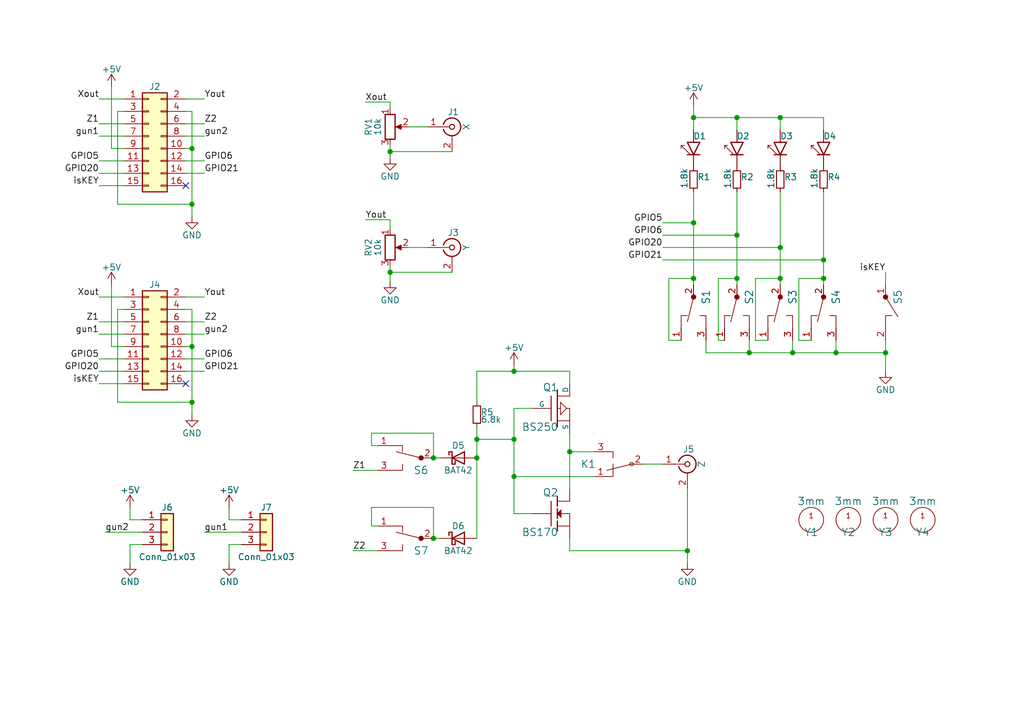
<source format=kicad_sch>
(kicad_sch (version 20211123) (generator eeschema)
  (paper "A5")
  (title_block (title "WWI Vectors: Display Tap") (date "2023-07-06") (rev "0.2a"))
  (lib_symbols
    (symbol "Connector:Conn_Coaxial" (pin_names (offset 1.016) hide)
      (property "Reference" "J" (at 0.254 3.048 0))
      (property "Value" "Conn_Coaxial" (at 2.921 0 90))
      (symbol "Conn_Coaxial_0_1"
        (arc (start -1.778 -0.508) (mid 0.2311 -1.8066) (end 1.778 0) (stroke (width 0.254)))
        (polyline (pts (xy -2.54 0) (xy -0.508 0)))
        (polyline (pts (xy 0 -2.54) (xy 0 -1.778)))
        (circle (center 0 0) (radius 0.508) (stroke (width 0.2032)))
        (arc (start 1.778 0) (mid 0.2099 1.8101) (end -1.778 0.508) (stroke (width 0.254)))
      )
      (symbol "Conn_Coaxial_1_1"
        (pin passive line (at -5.08 0 0) (length 2.54) (name "In") (number "1"))
        (pin passive line (at 0 -5.08 90) (length 2.54) (name "Ext") (number "2"))
      )
    )
    (symbol "Connector_Generic:Conn_01x03" (pin_names (offset 1.016) hide)
      (property "Reference" "J" (at 0 5.08 0))
      (property "Value" "Conn_01x03" (at 0 -5.08 0))
      (symbol "Conn_01x03_1_1"
        (rectangle (start -1.27 -2.413) (end 0 -2.667) (stroke (width 0.1524)))
        (rectangle (start -1.27 0.127) (end 0 -0.127) (stroke (width 0.1524)))
        (rectangle (start -1.27 2.667) (end 0 2.413) (stroke (width 0.1524)))
        (rectangle (start -1.27 3.81) (end 1.27 -3.81) (stroke (width 0.254)) (fill (type background)))
        (pin passive line (at -5.08 2.54 0) (length 3.81) (name "Pin_1") (number "1"))
        (pin passive line (at -5.08 0 0) (length 3.81) (name "Pin_2") (number "2"))
        (pin passive line (at -5.08 -2.54 0) (length 3.81) (name "Pin_3") (number "3"))
      )
    )
    (symbol "Connector_Generic:Conn_02x08_Odd_Even" (pin_names (offset 1.016) hide)
      (property "Reference" "J" (at 1.27 10.16 0))
      (property "Value" "Conn_02x08_Odd_Even" (at 1.27 -12.7 0))
      (symbol "Conn_02x08_Odd_Even_1_1"
        (rectangle (start -1.27 -10.033) (end 0 -10.287) (stroke (width 0.1524)))
        (rectangle (start -1.27 -7.493) (end 0 -7.747) (stroke (width 0.1524)))
        (rectangle (start -1.27 -4.953) (end 0 -5.207) (stroke (width 0.1524)))
        (rectangle (start -1.27 -2.413) (end 0 -2.667) (stroke (width 0.1524)))
        (rectangle (start -1.27 0.127) (end 0 -0.127) (stroke (width 0.1524)))
        (rectangle (start -1.27 2.667) (end 0 2.413) (stroke (width 0.1524)))
        (rectangle (start -1.27 5.207) (end 0 4.953) (stroke (width 0.1524)))
        (rectangle (start -1.27 7.747) (end 0 7.493) (stroke (width 0.1524)))
        (rectangle (start -1.27 8.89) (end 3.81 -11.43) (stroke (width 0.254)) (fill (type background)))
        (rectangle (start 3.81 -10.033) (end 2.54 -10.287) (stroke (width 0.1524)))
        (rectangle (start 3.81 -7.493) (end 2.54 -7.747) (stroke (width 0.1524)))
        (rectangle (start 3.81 -4.953) (end 2.54 -5.207) (stroke (width 0.1524)))
        (rectangle (start 3.81 -2.413) (end 2.54 -2.667) (stroke (width 0.1524)))
        (rectangle (start 3.81 0.127) (end 2.54 -0.127) (stroke (width 0.1524)))
        (rectangle (start 3.81 2.667) (end 2.54 2.413) (stroke (width 0.1524)))
        (rectangle (start 3.81 5.207) (end 2.54 4.953) (stroke (width 0.1524)))
        (rectangle (start 3.81 7.747) (end 2.54 7.493) (stroke (width 0.1524)))
        (pin passive line (at -5.08 7.62 0) (length 3.81) (name "Pin_1") (number "1"))
        (pin passive line (at 7.62 -2.54 180) (length 3.81) (name "Pin_10") (number "10"))
        (pin passive line (at -5.08 -5.08 0) (length 3.81) (name "Pin_11") (number "11"))
        (pin passive line (at 7.62 -5.08 180) (length 3.81) (name "Pin_12") (number "12"))
        (pin passive line (at -5.08 -7.62 0) (length 3.81) (name "Pin_13") (number "13"))
        (pin passive line (at 7.62 -7.62 180) (length 3.81) (name "Pin_14") (number "14"))
        (pin passive line (at -5.08 -10.16 0) (length 3.81) (name "Pin_15") (number "15"))
        (pin passive line (at 7.62 -10.16 180) (length 3.81) (name "Pin_16") (number "16"))
        (pin passive line (at 7.62 7.62 180) (length 3.81) (name "Pin_2") (number "2"))
        (pin passive line (at -5.08 5.08 0) (length 3.81) (name "Pin_3") (number "3"))
        (pin passive line (at 7.62 5.08 180) (length 3.81) (name "Pin_4") (number "4"))
        (pin passive line (at -5.08 2.54 0) (length 3.81) (name "Pin_5") (number "5"))
        (pin passive line (at 7.62 2.54 180) (length 3.81) (name "Pin_6") (number "6"))
        (pin passive line (at -5.08 0 0) (length 3.81) (name "Pin_7") (number "7"))
        (pin passive line (at 7.62 0 180) (length 3.81) (name "Pin_8") (number "8"))
        (pin passive line (at -5.08 -2.54 0) (length 3.81) (name "Pin_9") (number "9"))
      )
    )
    (symbol "Device:R_Potentiometer" (pin_names (offset 1.016) hide)
      (property "Reference" "RV" (at -4.445 0 90))
      (property "Value" "R_Potentiometer" (at -2.54 0 90))
      (symbol "R_Potentiometer_0_1"
        (polyline (pts (xy 2.54 0) (xy 1.524 0)))
        (polyline (pts (xy 1.143 0) (xy 2.286 0.508) (xy 2.286 -0.508) (xy 1.143 0)) (fill (type outline)))
        (rectangle (start 1.016 2.54) (end -1.016 -2.54) (stroke (width 0.254)))
      )
      (symbol "R_Potentiometer_1_1"
        (pin passive line (at 0 3.81 270) (length 1.27) (name "1") (number "1"))
        (pin passive line (at 3.81 0 180) (length 1.27) (name "2") (number "2"))
        (pin passive line (at 0 -3.81 90) (length 1.27) (name "3") (number "3"))
      )
    )
    (symbol "Device:R_Small" (pin_numbers hide) (pin_names (offset 0.254) hide)
      (property "Reference" "R" (at 0.762 0.508 0))
      (property "Value" "R_Small" (at 0.762 -1.016 0))
      (symbol "R_Small_0_1"
        (rectangle (start -0.762 1.778) (end 0.762 -1.778) (stroke (width 0.2032)))
      )
      (symbol "R_Small_1_1"
        (pin passive line (at 0 2.54 270) (length 0.762) (name "~") (number "1"))
        (pin passive line (at 0 -2.54 90) (length 0.762) (name "~") (number "2"))
      )
    )
    (symbol "Diode:BAT42" (pin_numbers hide) (pin_names (offset 1.016) hide)
      (property "Reference" "D" (at 0 2.54 0))
      (property "Value" "BAT42" (at 0 -2.54 0))
      (symbol "BAT42_0_1"
        (polyline (pts (xy 1.27 0) (xy -1.27 0)))
        (polyline (pts (xy 1.27 1.27) (xy 1.27 -1.27) (xy -1.27 0) (xy 1.27 1.27)) (stroke (width 0.254)))
        (polyline (pts (xy -1.905 0.635) (xy -1.905 1.27) (xy -1.27 1.27) (xy -1.27 -1.27) (xy -0.635 -1.27) (xy -0.635 -0.635)) (stroke (width 0.254)))
      )
      (symbol "BAT42_1_1"
        (pin passive line (at -3.81 0 0) (length 2.54) (name "K") (number "1"))
        (pin passive line (at 3.81 0 180) (length 2.54) (name "A") (number "2"))
      )
    )
    (symbol "TASTERU_1" (pin_names (offset 1.016))
      (property "Reference" "S" (at -3.81 -3.81 0))
      (symbol "TASTERU_1_0_1"
        (circle (center -3.81 -6.35) (radius 0.4572) (fill (type outline)))
        (polyline (pts (xy -3.81 -6.35) (xy 1.27 -7.62)))
        (polyline (pts (xy 2.54 -3.81) (xy 0 -3.81) (xy 0 -5.08)))
        (polyline (pts (xy 0 -7.62) (xy 0 -8.89) (xy 2.54 -8.89) (xy 2.54 -8.89)))
      )
      (symbol "TASTERU_1_1_1"
        (pin input line (at 5.08 -8.89 180) (length 2.54) (name "~") (number "1"))
        (pin input line (at -6.35 -6.35 0) (length 2.54) (name "~") (number "2"))
        (pin input line (at 5.08 -3.81 180) (length 2.54) (name "~") (number "3"))
      )
    )
    (symbol "TASTERU_2" (pin_names (offset 1.016))
      (property "Reference" "S" (at -3.81 -3.81 0))
      (symbol "TASTERU_2_0_1"
        (circle (center -3.81 -6.35) (radius 0.4572) (fill (type outline)))
        (polyline (pts (xy -3.81 -6.35) (xy 1.27 -7.62)))
        (polyline (pts (xy 2.54 -3.81) (xy 0 -3.81) (xy 0 -5.08)))
        (polyline (pts (xy 0 -7.62) (xy 0 -8.89) (xy 2.54 -8.89) (xy 2.54 -8.89)))
      )
      (symbol "TASTERU_2_1_1"
        (pin input line (at 5.08 -8.89 180) (length 2.54) (name "~") (number "1"))
        (pin input line (at -6.35 -6.35 0) (length 2.54) (name "~") (number "2"))
        (pin input line (at 5.08 -3.81 180) (length 2.54) (name "~") (number "3"))
      )
    )
    (symbol "TASTERU_3" (pin_names (offset 1.016))
      (property "Reference" "S" (at -3.81 -3.81 0))
      (symbol "TASTERU_3_0_1"
        (circle (center -3.81 -6.35) (radius 0.4572) (fill (type outline)))
        (polyline (pts (xy -3.81 -6.35) (xy 1.27 -7.62)))
        (polyline (pts (xy 2.54 -3.81) (xy 0 -3.81) (xy 0 -5.08)))
        (polyline (pts (xy 0 -7.62) (xy 0 -8.89) (xy 2.54 -8.89) (xy 2.54 -8.89)))
      )
      (symbol "TASTERU_3_1_1"
        (pin input line (at 5.08 -8.89 180) (length 2.54) (name "~") (number "1"))
        (pin input line (at -6.35 -6.35 0) (length 2.54) (name "~") (number "2"))
        (pin input line (at 5.08 -3.81 180) (length 2.54) (name "~") (number "3"))
      )
    )
    (symbol "TASTERU_4" (pin_names (offset 1.016))
      (property "Reference" "S" (at -3.81 -3.81 0))
      (symbol "TASTERU_4_0_1"
        (circle (center -3.81 -6.35) (radius 0.4572) (fill (type outline)))
        (polyline (pts (xy -3.81 -6.35) (xy 1.27 -7.62)))
        (polyline (pts (xy 2.54 -3.81) (xy 0 -3.81) (xy 0 -5.08)))
        (polyline (pts (xy 0 -7.62) (xy 0 -8.89) (xy 2.54 -8.89) (xy 2.54 -8.89)))
      )
      (symbol "TASTERU_4_1_1"
        (pin input line (at 5.08 -8.89 180) (length 2.54) (name "~") (number "1"))
        (pin input line (at -6.35 -6.35 0) (length 2.54) (name "~") (number "2"))
        (pin input line (at 5.08 -3.81 180) (length 2.54) (name "~") (number "3"))
      )
    )
    (symbol "TASTERU_5" (pin_names (offset 1.016))
      (property "Reference" "S" (at -3.81 -3.81 0))
      (symbol "TASTERU_5_0_1"
        (circle (center -3.81 -6.35) (radius 0.4572) (fill (type outline)))
        (polyline (pts (xy -3.81 -6.35) (xy 1.27 -7.62)))
        (polyline (pts (xy 2.54 -3.81) (xy 0 -3.81) (xy 0 -5.08)))
        (polyline (pts (xy 0 -7.62) (xy 0 -8.89) (xy 2.54 -8.89) (xy 2.54 -8.89)))
      )
      (symbol "TASTERU_5_1_1"
        (pin input line (at 5.08 -8.89 180) (length 2.54) (name "~") (number "1"))
        (pin input line (at -6.35 -6.35 0) (length 2.54) (name "~") (number "2"))
        (pin input line (at 5.08 -3.81 180) (length 2.54) (name "~") (number "3"))
      )
    )
    (symbol "TASTERU_6" (pin_names (offset 1.016))
      (property "Reference" "S" (at -3.81 -3.81 0))
      (symbol "TASTERU_6_0_1"
        (circle (center -3.81 -6.35) (radius 0.4572) (fill (type outline)))
        (polyline (pts (xy -3.81 -6.35) (xy 1.27 -7.62)))
        (polyline (pts (xy 2.54 -3.81) (xy 0 -3.81) (xy 0 -5.08)))
        (polyline (pts (xy 0 -7.62) (xy 0 -8.89) (xy 2.54 -8.89) (xy 2.54 -8.89)))
      )
      (symbol "TASTERU_6_1_1"
        (pin input line (at 5.08 -8.89 180) (length 2.54) (name "~") (number "1"))
        (pin input line (at -6.35 -6.35 0) (length 2.54) (name "~") (number "2"))
        (pin input line (at 5.08 -3.81 180) (length 2.54) (name "~") (number "3"))
      )
    )
    (symbol "power:+5V" (power) (pin_names (offset 0))
      (property "Value" "+5V" (at 0 3.556 0))
      (symbol "+5V_0_1"
        (polyline (pts (xy -0.762 1.27) (xy 0 2.54)))
        (polyline (pts (xy 0 0) (xy 0 2.54)))
        (polyline (pts (xy 0 2.54) (xy 0.762 1.27)))
      )
      (symbol "+5V_1_1"
        (pin power_in line (at 0 0 90) (length 0) hide (name "+5V") (number "1"))
      )
    )
    (symbol "power:GND" (power) (pin_names (offset 0))
      (property "Value" "GND" (at 0 -3.81 0))
      (symbol "GND_0_1"
        (polyline (pts (xy 0 0) (xy 0 -1.27) (xy 1.27 -1.27) (xy 0 -2.54) (xy -1.27 -1.27) (xy 0 -1.27)))
      )
      (symbol "GND_1_1"
        (pin power_in line (at 0 0 270) (length 0) hide (name "GND") (number "1"))
      )
    )
    (symbol "rg:1UM" (pin_names (offset 1.016))
      (property "Reference" "K" (at 6.35 0 0))
      (symbol "1UM_0_1"
        (circle (center -2.54 0) (radius 0.3556))
        (polyline (pts (xy -2.54 0) (xy 2.54 -1.27) (xy 2.54 -1.27) (xy 2.54 -1.27)))
        (polyline (pts (xy 2.54 -2.54) (xy 1.27 -2.54) (xy 1.27 0) (xy 1.27 0) (xy 1.27 0)))
        (polyline (pts (xy 2.54 2.54) (xy 1.27 2.54) (xy 1.27 1.27) (xy 1.27 1.27) (xy 1.27 1.27)))
      )
      (symbol "1UM_1_1"
        (pin bidirectional line (at 5.08 -2.54 180) (length 2.54) (name "~") (number "1"))
        (pin bidirectional line (at -5.08 0 0) (length 2.54) (name "~") (number "2"))
        (pin bidirectional line (at 5.08 2.54 180) (length 2.54) (name "~") (number "3"))
      )
    )
    (symbol "rg:BOHRLOCH" (pin_names (offset 1.016))
      (property "Reference" "Y" (at 0 -2.54 0))
      (property "Value" "BOHRLOCH" (at 0 2.54 0))
      (symbol "BOHRLOCH_0_1"
        (circle (center 0 0) (radius 2.54))
      )
      (symbol "BOHRLOCH_1_1"
        (pin passive line (at 0 0 180) (length 0) (name "~") (number "1"))
      )
    )
    (symbol "rg:BS170" (pin_numbers hide) (pin_names (offset 0))
      (property "Reference" "Q" (at 0.254 4.318 0))
      (property "Value" "BS170" (at 0.254 -3.81 0))
      (symbol "BS170_0_1"
        (polyline (pts (xy -1.27 -2.54) (xy -1.27 2.54)) (stroke (width 0.2032)))
        (polyline (pts (xy 0 -3.556) (xy 0 -1.524)) (stroke (width 0.254)))
        (polyline (pts (xy 0 -2.54) (xy 2.54 -2.54)))
        (polyline (pts (xy 0 1.016) (xy 0 -1.016)) (stroke (width 0.254)))
        (polyline (pts (xy 0 3.556) (xy 0 1.524)) (stroke (width 0.254)))
        (polyline (pts (xy 2.54 2.54) (xy 0 2.54)))
        (polyline (pts (xy 2.54 -2.54) (xy 2.54 0) (xy 0.762 0)))
        (polyline (pts (xy 0 0) (xy 0.762 0.762) (xy 0.762 -0.762) (xy 0 0)) (fill (type outline)))
      )
      (symbol "BS170_1_1"
        (pin passive line (at 2.54 5.08 270) (length 2.54) (name "") (number "D"))
        (pin input line (at -5.08 0 0) (length 3.81) (name "") (number "G"))
        (pin passive line (at 2.54 -5.08 90) (length 2.54) (name "") (number "S"))
      )
    )
    (symbol "rg:BS250" (pin_numbers hide) (pin_names (offset 0))
      (property "Reference" "Q" (at 0.254 4.318 0))
      (property "Value" "BS250" (at 0.254 -3.81 0))
      (symbol "BS250_0_1"
        (polyline (pts (xy -1.27 -2.54) (xy -1.27 2.54)) (stroke (width 0.2032)))
        (polyline (pts (xy 0 -3.81) (xy 0 3.81)) (stroke (width 0.254)))
        (polyline (pts (xy 2.54 -2.54) (xy 0 -2.54)))
        (polyline (pts (xy 2.54 2.54) (xy 0 2.54)))
        (polyline (pts (xy 1.905 0) (xy 2.54 0) (xy 2.54 -2.54)))
        (polyline (pts (xy 0 0) (xy 0.635 0) (xy 0.635 0.635) (xy 0.635 1.27) (xy 1.905 0) (xy 0.635 -1.27) (xy 0.635 0)))
      )
      (symbol "BS250_1_1"
        (pin passive line (at 2.54 5.08 270) (length 2.54) (name "D") (number "D"))
        (pin input line (at -5.08 0 0) (length 3.81) (name "G") (number "G"))
        (pin passive line (at 2.54 -5.08 90) (length 2.54) (name "S") (number "S"))
      )
    )
    (symbol "rg:LED" (pin_numbers hide) (pin_names (offset 1.016) hide)
      (property "Reference" "D" (at -2.54 2.54 0))
      (symbol "LED_0_1"
        (polyline (pts (xy -1.27 -1.27) (xy -1.27 1.27)) (stroke (width 0.254)))
        (polyline (pts (xy 0.635 2.54) (xy 0.635 1.905)))
        (polyline (pts (xy -1.27 0.635) (xy 0.635 2.54) (xy 0 2.54)))
        (polyline (pts (xy 1.27 -1.27) (xy 1.27 1.27) (xy -1.27 0) (xy 1.27 -1.27)) (stroke (width 0.254)))
      )
      (symbol "LED_1_1"
        (pin passive line (at 3.81 0 180) (length 2.54) (name "A") (number "A"))
        (pin passive line (at -3.81 0 0) (length 2.54) (name "K") (number "K"))
      )
    )
    (symbol "rg:TASTER" (pin_names (offset 1.016))
      (property "Reference" "S" (at -3.81 -3.81 0))
      (symbol "TASTER_0_1"
        (circle (center -3.81 -6.35) (radius 0.4572) (fill (type outline)))
        (polyline (pts (xy -3.81 -6.35) (xy 0.254 -3.81) (xy 0.254 -3.81) (xy 0.254 -3.81)))
        (polyline (pts (xy 0 -5.08) (xy 0 -6.35) (xy 2.54 -6.35) (xy 2.54 -6.35)))
      )
      (symbol "TASTER_1_1"
        (pin input line (at -6.35 -6.35 0) (length 2.54) (name "~") (number "1"))
        (pin input line (at 5.08 -6.35 180) (length 2.54) (name "~") (number "2"))
      )
    )
  )
  (junction (at 39.37 41.91))
  (junction (at 39.37 71.12))
  (junction (at 160.02 57.15))
  (junction (at 160.02 50.8))
  (junction (at 171.45 72.39))
  (junction (at 162.56 72.39))
  (junction (at 142.24 45.72))
  (junction (at 105.41 90.17))
  (junction (at 151.13 48.26))
  (junction (at 168.91 53.34))
  (junction (at 88.9 93.98))
  (junction (at 151.13 57.15))
  (junction (at 97.79 93.98))
  (junction (at 105.41 97.79))
  (junction (at 151.13 24.13))
  (junction (at 88.9 110.49))
  (junction (at 116.84 92.71))
  (junction (at 168.91 57.15))
  (junction (at 160.02 24.13))
  (junction (at 142.24 57.15))
  (junction (at 80.01 55.88))
  (junction (at 39.37 30.48))
  (junction (at 97.79 90.17))
  (junction (at 105.41 76.2))
  (junction (at 140.97 113.03))
  (junction (at 80.01 31.115))
  (junction (at 153.67 72.39))
  (junction (at 181.61 72.39))
  (junction (at 142.24 24.13))
  (junction (at 39.37 82.55))
  (no_connect (at 38.1 38.1))
  (no_connect (at 38.1 78.74))
  (wire (pts (xy 20.32 20.32) (xy 25.4 20.32)))
  (wire (pts (xy 88.9 93.98) (xy 90.17 93.98)))
  (wire (pts (xy 20.32 25.4) (xy 25.4 25.4)))
  (wire (pts (xy 20.32 60.96) (xy 25.4 60.96)))
  (wire (pts (xy 80.01 22.225) (xy 80.01 20.955)))
  (wire (pts (xy 151.13 24.13) (xy 151.13 26.67)))
  (wire (pts (xy 105.41 76.2) (xy 116.84 76.2)))
  (wire (pts (xy 80.01 31.115) (xy 92.71 31.115)))
  (wire (pts (xy 38.1 60.96) (xy 41.91 60.96)))
  (wire (pts (xy 80.01 55.88) (xy 80.01 57.785)))
  (wire (pts (xy 97.79 93.98) (xy 97.79 110.49)))
  (wire (pts (xy 39.37 71.12) (xy 39.37 82.55)))
  (wire (pts (xy 144.78 69.85) (xy 144.78 72.39)))
  (wire (pts (xy 21.59 109.22) (xy 29.21 109.22)))
  (wire (pts (xy 144.78 72.39) (xy 153.67 72.39)))
  (wire (pts (xy 39.37 22.86) (xy 39.37 30.48)))
  (wire (pts (xy 140.97 100.33) (xy 140.97 113.03)))
  (wire (pts (xy 25.4 63.5) (xy 24.13 63.5)))
  (wire (pts (xy 80.01 54.61) (xy 80.01 55.88)))
  (wire (pts (xy 132.08 95.25) (xy 135.89 95.25)))
  (wire (pts (xy 38.1 71.12) (xy 39.37 71.12)))
  (wire (pts (xy 80.01 31.115) (xy 80.01 32.385)))
  (wire (pts (xy 142.24 39.37) (xy 142.24 45.72)))
  (wire (pts (xy 74.93 45.085) (xy 80.01 45.085)))
  (wire (pts (xy 162.56 72.39) (xy 171.45 72.39)))
  (wire (pts (xy 38.1 68.58) (xy 41.91 68.58)))
  (wire (pts (xy 181.61 69.85) (xy 181.61 72.39)))
  (wire (pts (xy 38.1 22.86) (xy 39.37 22.86)))
  (wire (pts (xy 168.91 53.34) (xy 168.91 57.15)))
  (wire (pts (xy 97.79 90.17) (xy 105.41 90.17)))
  (wire (pts (xy 20.32 66.04) (xy 25.4 66.04)))
  (wire (pts (xy 77.47 91.44) (xy 76.2 91.44)))
  (wire (pts (xy 20.32 35.56) (xy 25.4 35.56)))
  (wire (pts (xy 135.89 50.8) (xy 160.02 50.8)))
  (wire (pts (xy 116.84 76.2) (xy 116.84 78.74)))
  (wire (pts (xy 25.4 71.12) (xy 22.86 71.12)))
  (wire (pts (xy 153.67 69.85) (xy 153.67 72.39)))
  (wire (pts (xy 97.79 87.63) (xy 97.79 90.17)))
  (wire (pts (xy 83.82 50.8) (xy 87.63 50.8)))
  (wire (pts (xy 151.13 24.13) (xy 160.02 24.13)))
  (wire (pts (xy 46.99 104.14) (xy 46.99 106.68)))
  (wire (pts (xy 26.67 111.76) (xy 26.67 115.57)))
  (wire (pts (xy 109.22 83.82) (xy 105.41 83.82)))
  (wire (pts (xy 168.91 26.67) (xy 168.91 24.13)))
  (wire (pts (xy 41.91 109.22) (xy 49.53 109.22)))
  (wire (pts (xy 147.32 57.15) (xy 151.13 57.15)))
  (wire (pts (xy 153.67 72.39) (xy 162.56 72.39)))
  (wire (pts (xy 163.83 57.15) (xy 168.91 57.15)))
  (wire (pts (xy 25.4 22.86) (xy 24.13 22.86)))
  (wire (pts (xy 24.13 63.5) (xy 24.13 82.55)))
  (wire (pts (xy 49.53 106.68) (xy 46.99 106.68)))
  (wire (pts (xy 20.32 38.1) (xy 25.4 38.1)))
  (wire (pts (xy 39.37 63.5) (xy 39.37 71.12)))
  (wire (pts (xy 135.89 45.72) (xy 142.24 45.72)))
  (wire (pts (xy 38.1 30.48) (xy 39.37 30.48)))
  (wire (pts (xy 88.9 110.49) (xy 90.17 110.49)))
  (wire (pts (xy 168.91 39.37) (xy 168.91 53.34)))
  (wire (pts (xy 142.24 24.13) (xy 142.24 26.67)))
  (wire (pts (xy 38.1 27.94) (xy 41.91 27.94)))
  (wire (pts (xy 72.39 96.52) (xy 77.47 96.52)))
  (wire (pts (xy 154.94 69.85) (xy 154.94 57.15)))
  (wire (pts (xy 163.83 69.85) (xy 163.83 57.15)))
  (wire (pts (xy 20.32 68.58) (xy 25.4 68.58)))
  (wire (pts (xy 24.13 41.91) (xy 39.37 41.91)))
  (wire (pts (xy 181.61 72.39) (xy 181.61 76.2)))
  (wire (pts (xy 116.84 92.71) (xy 116.84 88.9)))
  (wire (pts (xy 38.1 73.66) (xy 41.91 73.66)))
  (wire (pts (xy 46.99 111.76) (xy 46.99 115.57)))
  (wire (pts (xy 80.01 29.845) (xy 80.01 31.115)))
  (wire (pts (xy 97.79 76.2) (xy 105.41 76.2)))
  (wire (pts (xy 38.1 35.56) (xy 41.91 35.56)))
  (wire (pts (xy 83.82 26.035) (xy 87.63 26.035)))
  (wire (pts (xy 38.1 25.4) (xy 41.91 25.4)))
  (wire (pts (xy 38.1 76.2) (xy 41.91 76.2)))
  (wire (pts (xy 135.89 53.34) (xy 168.91 53.34)))
  (wire (pts (xy 72.39 113.03) (xy 77.47 113.03)))
  (wire (pts (xy 39.37 30.48) (xy 39.37 41.91)))
  (wire (pts (xy 29.21 106.68) (xy 26.67 106.68)))
  (wire (pts (xy 151.13 57.15) (xy 151.13 58.42)))
  (wire (pts (xy 20.32 73.66) (xy 25.4 73.66)))
  (wire (pts (xy 181.61 72.39) (xy 171.45 72.39)))
  (wire (pts (xy 142.24 57.15) (xy 142.24 58.42)))
  (wire (pts (xy 140.97 115.57) (xy 140.97 113.03)))
  (wire (pts (xy 97.79 90.17) (xy 97.79 93.98)))
  (wire (pts (xy 116.84 92.71) (xy 116.84 100.33)))
  (wire (pts (xy 29.21 111.76) (xy 26.67 111.76)))
  (wire (pts (xy 151.13 48.26) (xy 151.13 57.15)))
  (wire (pts (xy 105.41 83.82) (xy 105.41 90.17)))
  (wire (pts (xy 20.32 76.2) (xy 25.4 76.2)))
  (wire (pts (xy 22.86 30.48) (xy 22.86 17.78)))
  (wire (pts (xy 39.37 41.91) (xy 39.37 44.45)))
  (wire (pts (xy 105.41 105.41) (xy 109.22 105.41)))
  (wire (pts (xy 74.93 20.955) (xy 80.01 20.955)))
  (wire (pts (xy 76.2 91.44) (xy 76.2 88.9)))
  (wire (pts (xy 116.84 113.03) (xy 116.84 110.49)))
  (wire (pts (xy 38.1 33.02) (xy 41.91 33.02)))
  (wire (pts (xy 24.13 22.86) (xy 24.13 41.91)))
  (wire (pts (xy 181.61 55.88) (xy 181.61 58.42)))
  (wire (pts (xy 39.37 82.55) (xy 39.37 85.09)))
  (wire (pts (xy 151.13 39.37) (xy 151.13 48.26)))
  (wire (pts (xy 162.56 69.85) (xy 162.56 72.39)))
  (wire (pts (xy 160.02 24.13) (xy 168.91 24.13)))
  (wire (pts (xy 160.02 24.13) (xy 160.02 26.67)))
  (wire (pts (xy 49.53 111.76) (xy 46.99 111.76)))
  (wire (pts (xy 140.97 113.03) (xy 116.84 113.03)))
  (wire (pts (xy 171.45 72.39) (xy 171.45 69.85)))
  (wire (pts (xy 105.41 74.93) (xy 105.41 76.2)))
  (wire (pts (xy 105.41 97.79) (xy 105.41 105.41)))
  (wire (pts (xy 38.1 66.04) (xy 41.91 66.04)))
  (wire (pts (xy 20.32 78.74) (xy 25.4 78.74)))
  (wire (pts (xy 38.1 63.5) (xy 39.37 63.5)))
  (wire (pts (xy 154.94 57.15) (xy 160.02 57.15)))
  (wire (pts (xy 26.67 104.14) (xy 26.67 106.68)))
  (wire (pts (xy 20.32 27.94) (xy 25.4 27.94)))
  (wire (pts (xy 20.32 33.02) (xy 25.4 33.02)))
  (wire (pts (xy 139.7 69.85) (xy 137.16 69.85)))
  (wire (pts (xy 160.02 50.8) (xy 160.02 57.15)))
  (wire (pts (xy 148.59 69.85) (xy 147.32 69.85)))
  (wire (pts (xy 135.89 48.26) (xy 151.13 48.26)))
  (wire (pts (xy 137.16 57.15) (xy 142.24 57.15)))
  (wire (pts (xy 97.79 82.55) (xy 97.79 76.2)))
  (wire (pts (xy 160.02 39.37) (xy 160.02 50.8)))
  (wire (pts (xy 142.24 24.13) (xy 151.13 24.13)))
  (wire (pts (xy 24.13 82.55) (xy 39.37 82.55)))
  (wire (pts (xy 160.02 57.15) (xy 160.02 58.42)))
  (wire (pts (xy 121.92 92.71) (xy 116.84 92.71)))
  (wire (pts (xy 157.48 69.85) (xy 154.94 69.85)))
  (wire (pts (xy 88.9 88.9) (xy 88.9 93.98)))
  (wire (pts (xy 76.2 88.9) (xy 88.9 88.9)))
  (wire (pts (xy 80.01 46.99) (xy 80.01 45.085)))
  (wire (pts (xy 76.2 107.95) (xy 76.2 104.14)))
  (wire (pts (xy 77.47 107.95) (xy 76.2 107.95)))
  (wire (pts (xy 80.01 55.88) (xy 92.71 55.88)))
  (wire (pts (xy 137.16 57.15) (xy 137.16 69.85)))
  (wire (pts (xy 76.2 104.14) (xy 88.9 104.14)))
  (wire (pts (xy 25.4 30.48) (xy 22.86 30.48)))
  (wire (pts (xy 105.41 97.79) (xy 121.92 97.79)))
  (wire (pts (xy 168.91 57.15) (xy 168.91 58.42)))
  (wire (pts (xy 38.1 20.32) (xy 41.91 20.32)))
  (wire (pts (xy 142.24 21.59) (xy 142.24 24.13)))
  (wire (pts (xy 147.32 69.85) (xy 147.32 57.15)))
  (wire (pts (xy 166.37 69.85) (xy 163.83 69.85)))
  (wire (pts (xy 88.9 104.14) (xy 88.9 110.49)))
  (wire (pts (xy 105.41 90.17) (xy 105.41 97.79)))
  (wire (pts (xy 22.86 71.12) (xy 22.86 58.42)))
  (wire (pts (xy 142.24 45.72) (xy 142.24 57.15)))
  (label "Xout" (at 20.32 20.32 180))
  (label "isKEY" (at 20.32 38.1 180))
  (label "Xout" (at 20.32 60.96 180))
  (label "isKEY" (at 181.61 55.88 180))
  (label "Z1" (at 20.32 66.04 180))
  (label "Z2" (at 41.91 66.04 0))
  (label "gun1" (at 20.32 27.94 180))
  (label "GPIO21" (at 41.91 35.56 0))
  (label "GPIO5" (at 20.32 33.02 180))
  (label "GPIO6" (at 135.89 48.26 180))
  (label "Z2" (at 72.39 113.03 0))
  (label "gun1" (at 20.32 68.58 180))
  (label "Z1" (at 20.32 25.4 180))
  (label "GPIO21" (at 135.89 53.34 180))
  (label "Xout" (at 74.93 20.955 0))
  (label "Z2" (at 41.91 25.4 0))
  (label "GPIO6" (at 41.91 73.66 0))
  (label "GPIO5" (at 135.89 45.72 180))
  (label "GPIO20" (at 20.32 76.2 180))
  (label "gun2" (at 21.59 109.22 0))
  (label "Z1" (at 72.39 96.52 0))
  (label "gun2" (at 41.91 27.94 0))
  (label "Yout" (at 41.91 60.96 0))
  (label "isKEY" (at 20.32 78.74 180))
  (label "Yout" (at 41.91 20.32 0))
  (label "GPIO21" (at 41.91 76.2 0))
  (label "GPIO20" (at 20.32 35.56 180))
  (label "GPIO20" (at 135.89 50.8 180))
  (label "Yout" (at 74.93 45.085 0))
  (label "GPIO5" (at 20.32 73.66 180))
  (label "gun2" (at 41.91 68.58 0))
  (label "GPIO6" (at 41.91 33.02 0))
  (label "gun1" (at 41.91 109.22 0))
  (symbol (lib_id "rg:LED") (at 160.02 30.48 90) (unit 1)
    (property "Reference" "D3" (at 161.29 27.94 90))
    (property "Value" "LED" (effects hide))
    (property "Footprint" "RG:LED_D5.0mm" (effects hide))
  )
  (symbol (lib_id "power:+5V") (at 22.86 58.42 0) (unit 1)
    (property "Reference" "#PWR06" (effects hide))
    (property "Value" "+5V" (at 22.86 54.864 0))
  )
  (symbol (lib_name "TASTERU_2") (lib_id "rg:TASTERU") (at 82.55 100.33 180) (unit 1)
    (property "Reference" "S6" (at 86.36 96.52 0) (effects (font (size 1.524 1.524))))
    (property "Value" "TASTERU" (effects hide))
    (property "Footprint" "RG:Sw-T101-Um" (effects hide))
  )
  (symbol (lib_id "rg:BOHRLOCH") (at 189.23 106.68 0) (unit 1)
    (property "Reference" "Y4" (at 189.23 109.22 0) (effects (font (size 1.524 1.524))))
    (property "Value" "3mm" (at 189.23 102.87 0) (effects (font (size 1.524 1.524))))
    (property "Footprint" "RG:Bohrloch3mm" (effects hide))
  )
  (symbol (lib_id "power:+5V") (at 46.99 104.14 0) (unit 1)
    (property "Reference" "#PWR011" (effects hide))
    (property "Value" "+5V" (at 46.99 100.584 0))
  )
  (symbol (lib_name "TASTERU_3") (lib_id "rg:TASTERU") (at 148.59 64.77 270) (unit 1)
    (property "Reference" "S1" (at 144.78 60.96 0) (effects (font (size 1.524 1.524))))
    (property "Value" "TASTERU" (effects hide))
    (property "Footprint" "RG:Sw-T101-Um" (effects hide))
  )
  (symbol (lib_id "rg:BOHRLOCH") (at 173.99 106.68 0) (unit 1)
    (property "Reference" "Y2" (at 173.99 109.22 0) (effects (font (size 1.524 1.524))))
    (property "Value" "3mm" (at 173.99 102.87 0) (effects (font (size 1.524 1.524))))
    (property "Footprint" "RG:Bohrloch3mm" (effects hide))
  )
  (symbol (lib_id "Connector_Generic:Conn_01x03") (at 34.29 109.22 0) (unit 1)
    (property "Reference" "J6" (at 34.29 104.14 0))
    (property "Value" "Conn_01x03" (at 34.29 114.3 0))
    (property "Footprint" "RG:PSS_3" (effects hide))
  )
  (symbol (lib_id "rg:BS170") (at 114.3 105.41 0) (unit 1)
    (property "Reference" "Q2" (at 114.554 101.092 0) (effects (font (size 1.524 1.524)) (justify right)))
    (property "Value" "BS170" (at 114.554 109.22 0) (effects (font (size 1.524 1.524)) (justify right)))
    (property "Footprint" "RG:FETsgd_inline" (effects hide))
    (property "Datasheet" "/kerai/Data/datasheets/Transistoren/2N7000,2N7002#VIS.pdf" (effects hide))
  )
  (symbol (lib_name "TASTERU_6") (lib_id "rg:TASTERU") (at 166.37 64.77 270) (unit 1)
    (property "Reference" "S3" (at 162.56 60.96 0) (effects (font (size 1.524 1.524))))
    (property "Value" "TASTERU" (effects hide))
    (property "Footprint" "RG:Sw-T101-Um" (effects hide))
  )
  (symbol (lib_id "power:GND") (at 46.99 115.57 0) (unit 1)
    (property "Reference" "#PWR013" (effects hide))
    (property "Value" "GND" (at 46.99 119.38 0))
  )
  (symbol (lib_id "Connector:Conn_Coaxial") (at 140.97 95.25 0) (unit 1)
    (property "Reference" "J5" (at 141.224 92.202 0))
    (property "Value" "Z" (at 143.891 95.25 90))
    (property "Footprint" "RG:Cinch_liegend" (effects hide))
    (property "Datasheet" " ~" (effects hide))
  )
  (symbol (lib_id "rg:LED") (at 142.24 30.48 90) (unit 1)
    (property "Reference" "D1" (at 143.51 27.94 90))
    (property "Value" "LED" (effects hide))
    (property "Footprint" "RG:LED_D5.0mm" (effects hide))
  )
  (symbol (lib_name "TASTERU_5") (lib_id "rg:TASTERU") (at 157.48 64.77 270) (unit 1)
    (property "Reference" "S2" (at 153.67 60.96 0) (effects (font (size 1.524 1.524))))
    (property "Value" "TASTERU" (effects hide))
    (property "Footprint" "RG:Sw-T101-Um" (effects hide))
  )
  (symbol (lib_id "rg:BS250") (at 114.3 83.82 0) (unit 1)
    (property "Reference" "Q1" (at 114.554 79.502 0) (effects (font (size 1.524 1.524)) (justify right)))
    (property "Value" "BS250" (at 114.554 87.63 0) (effects (font (size 1.524 1.524)) (justify right)))
    (property "Footprint" "RG:FETsgd_inline" (effects hide))
    (property "Datasheet" "/kerai/Data/datasheets/Transistoren/BS250#PH.pdf" (effects hide))
  )
  (symbol (lib_id "rg:1UM") (at 127 95.25 0) (mirror y) (unit 1)
    (property "Reference" "K1" (at 120.65 95.25 0) (effects (font (size 1.524 1.524))))
    (property "Value" "1UM" (effects hide))
    (property "Footprint" "RG:Pins_3" (effects hide))
  )
  (symbol (lib_id "power:GND") (at 140.97 115.57 0) (unit 1)
    (property "Reference" "#PWR014" (effects hide))
    (property "Value" "GND" (at 140.97 119.38 0))
  )
  (symbol (lib_id "power:+5V") (at 142.24 21.59 0) (unit 1)
    (property "Reference" "#PWR02" (effects hide))
    (property "Value" "+5V" (at 142.24 18.034 0))
  )
  (symbol (lib_id "power:GND") (at 181.61 76.2 0) (unit 1)
    (property "Reference" "#PWR08" (effects hide))
    (property "Value" "GND" (at 181.61 80.01 0))
  )
  (symbol (lib_id "power:+5V") (at 22.86 17.78 0) (unit 1)
    (property "Reference" "#PWR01" (effects hide))
    (property "Value" "+5V" (at 22.86 14.224 0))
  )
  (symbol (lib_id "Device:R_Small") (at 151.13 36.83 0) (unit 1)
    (property "Reference" "R2" (at 151.892 36.322 0) (effects (justify left)))
    (property "Value" "1.8k" (at 149.225 38.735 90) (effects (justify left)))
    (property "Footprint" "RG:R4-2" (effects hide))
  )
  (symbol (lib_id "power:GND") (at 26.67 115.57 0) (unit 1)
    (property "Reference" "#PWR012" (effects hide))
    (property "Value" "GND" (at 26.67 119.38 0))
  )
  (symbol (lib_id "rg:LED") (at 168.91 30.48 90) (unit 1)
    (property "Reference" "D4" (at 170.18 27.94 90))
    (property "Value" "LED" (effects hide))
    (property "Footprint" "RG:LED_D5.0mm" (effects hide))
  )
  (symbol (lib_id "rg:TASTER") (at 187.96 64.77 270) (unit 1)
    (property "Reference" "S5" (at 184.15 60.96 0) (effects (font (size 1.524 1.524))))
    (property "Value" "TASTER" (effects hide))
    (property "Footprint" "RG:Tast2mil" (effects hide))
  )
  (symbol (lib_id "Connector:Conn_Coaxial") (at 92.71 50.8 0) (unit 1)
    (property "Reference" "J3" (at 92.964 47.752 0))
    (property "Value" "Y" (at 95.631 50.8 90))
    (property "Footprint" "RG:Cinch_liegend" (effects hide))
    (property "Datasheet" " ~" (effects hide))
  )
  (symbol (lib_id "power:GND") (at 80.01 32.385 0) (unit 1)
    (property "Reference" "#PWR03" (effects hide))
    (property "Value" "GND" (at 80.01 36.195 0))
  )
  (symbol (lib_id "Device:R_Small") (at 168.91 36.83 0) (unit 1)
    (property "Reference" "R4" (at 169.672 36.322 0) (effects (justify left)))
    (property "Value" "1.8k" (at 167.005 38.735 90) (effects (justify left)))
    (property "Footprint" "RG:R4-2" (effects hide))
  )
  (symbol (lib_id "Device:R_Potentiometer") (at 80.01 26.035 0) (unit 1)
    (property "Reference" "RV1" (at 75.565 26.035 90))
    (property "Value" "10k" (at 77.47 26.035 90))
    (property "Footprint" "RG:ACP-CA9V10-Trimmer" (effects hide))
  )
  (symbol (lib_name "TASTERU_1") (lib_id "rg:TASTERU") (at 82.55 116.84 180) (unit 1)
    (property "Reference" "S7" (at 86.36 113.03 0) (effects (font (size 1.524 1.524))))
    (property "Value" "TASTERU" (effects hide))
    (property "Footprint" "RG:Sw-T101-Um" (effects hide))
  )
  (symbol (lib_id "power:+5V") (at 26.67 104.14 0) (unit 1)
    (property "Reference" "#PWR010" (effects hide))
    (property "Value" "+5V" (at 26.67 100.584 0))
  )
  (symbol (lib_id "power:GND") (at 39.37 85.09 0) (unit 1)
    (property "Reference" "#PWR09" (effects hide))
    (property "Value" "GND" (at 39.37 88.9 0))
  )
  (symbol (lib_id "Connector_Generic:Conn_01x03") (at 54.61 109.22 0) (unit 1)
    (property "Reference" "J7" (at 54.61 104.14 0))
    (property "Value" "Conn_01x03" (at 54.61 114.3 0))
    (property "Footprint" "RG:PSS_3" (effects hide))
  )
  (symbol (lib_id "power:GND") (at 39.37 44.45 0) (unit 1)
    (property "Reference" "#PWR04" (effects hide))
    (property "Value" "GND" (at 39.37 48.26 0))
  )
  (symbol (lib_id "power:+5V") (at 105.41 74.93 0) (unit 1)
    (property "Reference" "#PWR07" (effects hide))
    (property "Value" "+5V" (at 105.41 71.374 0))
  )
  (symbol (lib_id "rg:BOHRLOCH") (at 181.61 106.68 0) (unit 1)
    (property "Reference" "Y3" (at 181.61 109.22 0) (effects (font (size 1.524 1.524))))
    (property "Value" "3mm" (at 181.61 102.87 0) (effects (font (size 1.524 1.524))))
    (property "Footprint" "RG:Bohrloch3mm" (effects hide))
  )
  (symbol (lib_id "Connector:Conn_Coaxial") (at 92.71 26.035 0) (unit 1)
    (property "Reference" "J1" (at 92.964 22.987 0))
    (property "Value" "X" (at 95.631 26.035 90))
    (property "Footprint" "RG:Cinch_liegend" (effects hide))
    (property "Datasheet" " ~" (effects hide))
  )
  (symbol (lib_id "rg:LED") (at 151.13 30.48 90) (unit 1)
    (property "Reference" "D2" (at 152.4 27.94 90))
    (property "Value" "LED" (effects hide))
    (property "Footprint" "RG:LED_D5.0mm" (effects hide))
  )
  (symbol (lib_id "Device:R_Small") (at 142.24 36.83 0) (unit 1)
    (property "Reference" "R1" (at 143.002 36.322 0) (effects (justify left)))
    (property "Value" "1.8k" (at 140.335 38.735 90) (effects (justify left)))
    (property "Footprint" "RG:R4-2" (effects hide))
  )
  (symbol (lib_id "Connector_Generic:Conn_02x08_Odd_Even") (at 30.48 27.94 0) (unit 1)
    (property "Reference" "J2" (at 31.75 17.78 0))
    (property "Value" "Conn_02x08_Odd_Even" (effects hide))
    (property "Footprint" "RG:Wannenstecker_2x08_V" (effects hide))
  )
  (symbol (lib_id "Device:R_Small") (at 160.02 36.83 0) (unit 1)
    (property "Reference" "R3" (at 160.782 36.322 0) (effects (justify left)))
    (property "Value" "1.8k" (at 158.115 38.735 90) (effects (justify left)))
    (property "Footprint" "RG:R4-2" (effects hide))
  )
  (symbol (lib_id "Connector_Generic:Conn_02x08_Odd_Even") (at 30.48 68.58 0) (unit 1)
    (property "Reference" "J4" (at 31.75 58.42 0))
    (property "Value" "Conn_02x08_Odd_Even" (effects hide))
    (property "Footprint" "RG:Wannenstecker_2x08_V" (effects hide))
  )
  (symbol (lib_id "Diode:BAT42") (at 93.98 93.98 0) (unit 1)
    (property "Reference" "D5" (at 93.98 91.44 0))
    (property "Value" "BAT42" (at 93.98 96.52 0))
    (property "Footprint" "RG:D3" (effects hide))
    (property "Datasheet" "http://www.vishay.com/docs/85660/bat42.pdf" (effects hide))
  )
  (symbol (lib_id "Diode:BAT42") (at 93.98 110.49 0) (unit 1)
    (property "Reference" "D6" (at 93.98 107.95 0))
    (property "Value" "BAT42" (at 93.98 113.03 0))
    (property "Footprint" "RG:D3" (effects hide))
    (property "Datasheet" "http://www.vishay.com/docs/85660/bat42.pdf" (effects hide))
  )
  (symbol (lib_id "power:GND") (at 80.01 57.785 0) (unit 1)
    (property "Reference" "#PWR05" (effects hide))
    (property "Value" "GND" (at 80.01 61.595 0))
  )
  (symbol (lib_id "rg:BOHRLOCH") (at 166.37 106.68 0) (unit 1)
    (property "Reference" "Y1" (at 166.37 109.22 0) (effects (font (size 1.524 1.524))))
    (property "Value" "3mm" (at 166.37 102.87 0) (effects (font (size 1.524 1.524))))
    (property "Footprint" "RG:Bohrloch3mm" (effects hide))
  )
  (symbol (lib_id "Device:R_Potentiometer") (at 80.01 50.8 0) (unit 1)
    (property "Reference" "RV2" (at 75.565 50.8 90))
    (property "Value" "10k" (at 77.47 50.8 90))
    (property "Footprint" "RG:ACP-CA9V10-Trimmer" (effects hide))
  )
  (symbol (lib_id "Device:R_Small") (at 97.79 85.09 0) (unit 1)
    (property "Reference" "R5" (at 98.552 84.582 0) (effects (justify left)))
    (property "Value" "6.8k" (at 98.552 86.106 0) (effects (justify left)))
    (property "Footprint" "RG:R4-2" (effects hide))
  )
  (symbol (lib_name "TASTERU_4") (lib_id "rg:TASTERU") (at 175.26 64.77 270) (unit 1)
    (property "Reference" "S4" (at 171.45 60.96 0) (effects (font (size 1.524 1.524))))
    (property "Value" "TASTERU" (effects hide))
    (property "Footprint" "RG:Sw-T101-Um" (effects hide))
  )
)
</source>
